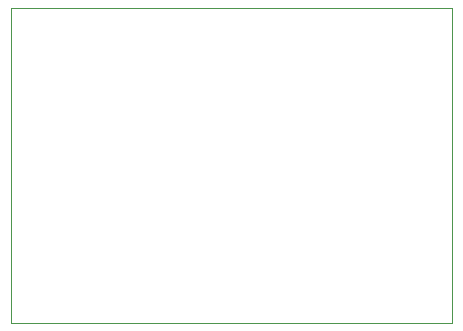
<source format=gbr>
G04 #@! TF.GenerationSoftware,KiCad,Pcbnew,5.1.6+dfsg1-1*
G04 #@! TF.CreationDate,2021-03-01T10:48:13-07:00*
G04 #@! TF.ProjectId,CurrentSensorV1,43757272-656e-4745-9365-6e736f725631,rev?*
G04 #@! TF.SameCoordinates,Original*
G04 #@! TF.FileFunction,Profile,NP*
%FSLAX46Y46*%
G04 Gerber Fmt 4.6, Leading zero omitted, Abs format (unit mm)*
G04 Created by KiCad (PCBNEW 5.1.6+dfsg1-1) date 2021-03-01 10:48:13*
%MOMM*%
%LPD*%
G01*
G04 APERTURE LIST*
G04 #@! TA.AperFunction,Profile*
%ADD10C,0.050000*%
G04 #@! TD*
G04 APERTURE END LIST*
D10*
X170180000Y-65278000D02*
X132842000Y-65278000D01*
X132842000Y-91948000D02*
X170180000Y-91948000D01*
X170180000Y-91948000D02*
X170180000Y-65278000D01*
X132842000Y-65278000D02*
X132842000Y-91948000D01*
M02*

</source>
